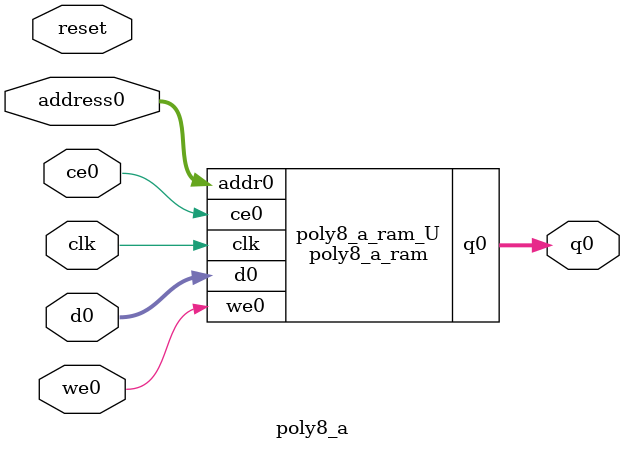
<source format=v>
`timescale 1 ns / 1 ps
module poly8_a_ram (addr0, ce0, d0, we0, q0,  clk);

parameter DWIDTH = 24;
parameter AWIDTH = 23;
parameter MEM_SIZE = 8388608;

input[AWIDTH-1:0] addr0;
input ce0;
input[DWIDTH-1:0] d0;
input we0;
output wire[DWIDTH-1:0] q0;
input clk;

(* ram_style = "block" *)reg [DWIDTH-1:0] ram[0:MEM_SIZE-1];
wire [AWIDTH-1:0] addr0_t0; 
reg [AWIDTH-1:0] addr0_t1; 
wire [DWIDTH-1:0] d0_t0; 
wire we0_t0; 
reg [DWIDTH-1:0] d0_t1; 
reg we0_t1; 
reg [DWIDTH-1:0] q0_t0;
reg [DWIDTH-1:0] q0_t1;


assign addr0_t0 = addr0;
assign d0_t0 = d0;
assign we0_t0 = we0;
assign q0 = q0_t1;

always @(posedge clk)  
begin
    if (ce0) 
    begin
        addr0_t1 <= addr0_t0; 
        d0_t1 <= d0_t0;
        we0_t1 <= we0_t0;
        q0_t1 <= q0_t0;
    end
end


always @(posedge clk)  
begin 
    if (ce0) 
    begin
        if (we0_t1) 
        begin 
            ram[addr0_t1] <= d0_t1; 
        end 
        q0_t0 <= ram[addr0_t1];
    end
end


endmodule

`timescale 1 ns / 1 ps
module poly8_a(
    reset,
    clk,
    address0,
    ce0,
    we0,
    d0,
    q0);

parameter DataWidth = 32'd24;
parameter AddressRange = 32'd8388608;
parameter AddressWidth = 32'd23;
input reset;
input clk;
input[AddressWidth - 1:0] address0;
input ce0;
input we0;
input[DataWidth - 1:0] d0;
output[DataWidth - 1:0] q0;



poly8_a_ram poly8_a_ram_U(
    .clk( clk ),
    .addr0( address0 ),
    .ce0( ce0 ),
    .we0( we0 ),
    .d0( d0 ),
    .q0( q0 ));

endmodule


</source>
